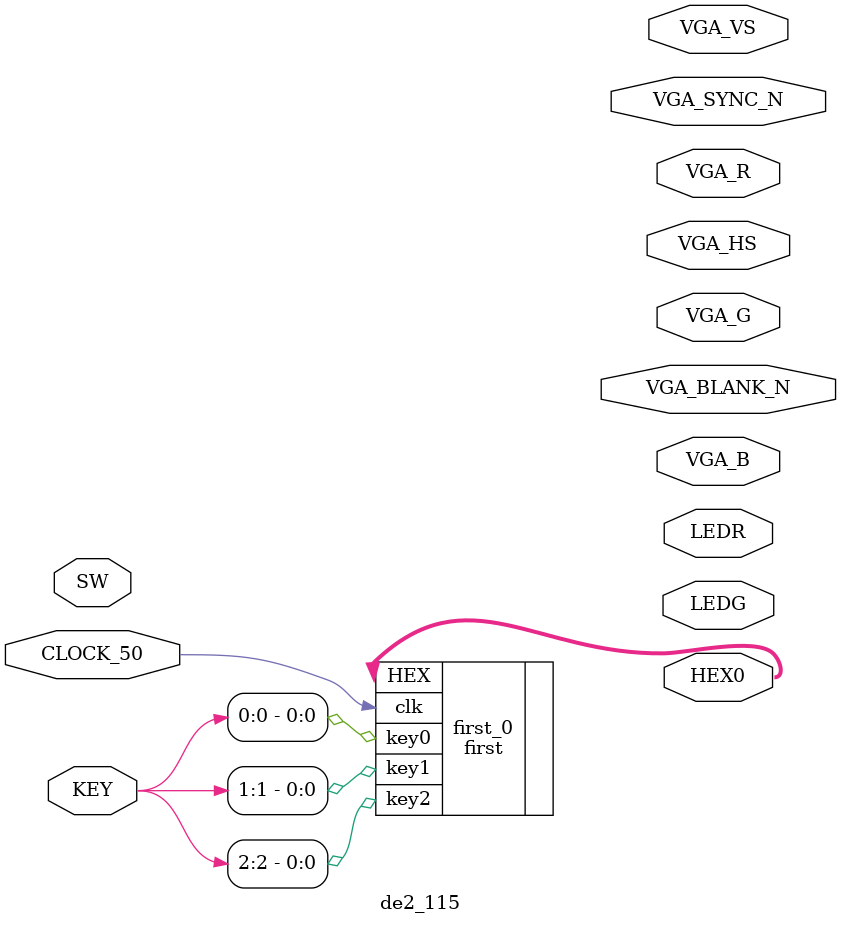
<source format=v>
/*
 * Template file that can be used in many projects
 */

`ifdef ICARUS_VERILOG
`include "lib/library.v"
`endif

`include "first.v"

module de2_115
(
  input  wire        CLOCK_50, // Clock
  input  wire [17:0] SW,       // Switches
  input  wire [3:0]  KEY,      // Buttons, 1 when unpressed
  output wire [17:0] LEDR,     // Red leds
  output wire [8:0]  LEDG,     // Green leds
  output wire [6:0]  HEX0,     // 7-segment displays
  output wire [7:0]  VGA_R,    // VGA
  output wire [7:0]  VGA_G,
  output wire [7:0]  VGA_B,
  output wire        VGA_HS,
  output wire        VGA_VS,
  output wire        VGA_BLANK_N,
  output wire        VGA_SYNC_N
);

first
first_0
(
    .clk(CLOCK_50),
    .key0(KEY[0]),
    .key1(KEY[1]),
    .key2(KEY[2]),
    .HEX(HEX0)
);

endmodule

</source>
